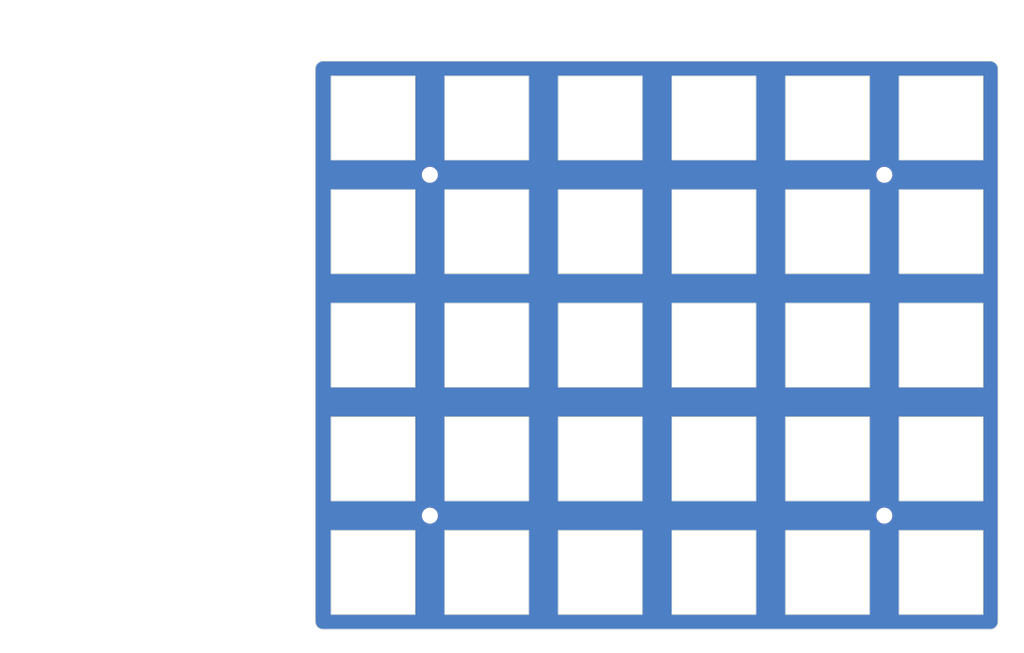
<source format=kicad_pcb>
(kicad_pcb (version 20221018) (generator pcbnew)
  (layers (0 "F.Cu" signal) (31 "B.Cu" signal) (34 "B.Paste" user) (35 "F.Paste" user) (36 "B.SilkS" user "B.Silkscreen") (37 "F.SilkS" user "F.Silkscreen") (38 "B.Mask" user) (39 "F.Mask" user) (44 "Edge.Cuts" user))
  (net 0 "")
  (footprint "MountingHole:MountingHole_2.2mm_M2" (layer "F.Cu") (at 183.375 105.2)
    (fp_text reference "H4" hide)
    (fp_text value "M2")
    (pad "" np_thru_hole circle locked (at 0 0) (size 2.2 2.2) (drill 2.2) (layers "*.Cu" "*.Mask"))
  )
  (footprint "MountingHole:MountingHole_2.2mm_M2" (layer "F.Cu") (at 107.175 48.05)
    (fp_text reference "H1" hide)
    (fp_text value "M2")
    (pad "" np_thru_hole circle locked (at 0 0) (size 2.2 2.2) (drill 2.2) (layers "*.Cu" "*.Mask"))
  )
  (footprint "MountingHole:MountingHole_2.2mm_M2" (layer "F.Cu") (at 107.175 105.2)
    (fp_text reference "H2" hide)
    (fp_text value "M2")
    (pad "" np_thru_hole circle locked (at 0 0) (size 2.2 2.2) (drill 2.2) (layers "*.Cu" "*.Mask"))
  )
  (footprint "MountingHole:MountingHole_2.2mm_M2" (layer "F.Cu") (at 183.375 48.05)
    (fp_text reference "H3" hide)
    (fp_text value "M2")
    (pad "" np_thru_hole circle locked (at 0 0) (size 2.2 2.2) (drill 2.2) (layers "*.Cu" "*.Mask"))
  )
  (gr_rect (start 147.75 107.675) (end 161.85 121.775) (stroke (width 0.12)) (fill none) (layer "Edge.Cuts"))
  (gr_rect (start 147.75 69.575) (end 161.85 83.675) (stroke (width 0.12)) (fill none) (layer "Edge.Cuts"))
  (gr_rect (start 128.7 50.525) (end 142.8 64.625) (stroke (width 0.12)) (fill none) (layer "Edge.Cuts"))
  (gr_rect (start 147.75 88.625) (end 161.85 102.725) (stroke (width 0.12)) (fill none) (layer "Edge.Cuts"))
  (gr_rect (start 166.8 69.575) (end 180.9 83.675) (stroke (width 0.12)) (fill none) (layer "Edge.Cuts"))
  (gr_rect (start 166.8 50.525) (end 180.9 64.625) (stroke (width 0.12)) (fill none) (layer "Edge.Cuts"))
  (gr_rect (start 90.6 88.625) (end 104.7 102.725) (stroke (width 0.12)) (fill none) (layer "Edge.Cuts"))
  (gr_rect (start 185.85 88.625) (end 199.95 102.725) (stroke (width 0.12)) (fill none) (layer "Edge.Cuts"))
  (gr_rect (start 128.7 107.675) (end 142.8 121.775) (stroke (width 0.12)) (fill none) (layer "Edge.Cuts"))
  (gr_rect (start 185.85 31.475) (end 199.95 45.575) (stroke (width 0.12)) (fill none) (layer "Edge.Cuts"))
  (gr_rect (start 166.8 107.675) (end 180.9 121.775) (stroke (width 0.12)) (fill none) (layer "Edge.Cuts"))
  (gr_rect (start 128.7 31.475) (end 142.8 45.575) (stroke (width 0.12)) (fill none) (layer "Edge.Cuts"))
  (gr_rect (start 128.7 88.625) (end 142.8 102.725) (stroke (width 0.12)) (fill none) (layer "Edge.Cuts"))
  (gr_rect (start 147.75 31.475) (end 161.85 45.575) (stroke (width 0.12)) (fill none) (layer "Edge.Cuts"))
  (gr_rect (start 166.8 31.475) (end 180.9 45.575) (stroke (width 0.12)) (fill none) (layer "Edge.Cuts"))
  (gr_rect (start 109.65 31.475) (end 123.75 45.575) (stroke (width 0.12)) (fill none) (layer "Edge.Cuts"))
  (gr_rect (start 90.6 69.575) (end 104.7 83.675) (stroke (width 0.12)) (fill none) (layer "Edge.Cuts"))
  (gr_line locked (start 201.155 29) (end 89.245 29) (stroke (width 0.12)) (layer "Edge.Cuts"))
  (gr_arc locked (start 89.245 124.25) (mid 88.346974 123.878026) (end 87.975 122.98) (stroke (width 0.12)) (layer "Edge.Cuts"))
  (gr_rect (start 147.75 50.525) (end 161.85 64.625) (stroke (width 0.12)) (fill none) (layer "Edge.Cuts"))
  (gr_rect (start 185.85 50.525) (end 199.95 64.625) (stroke (width 0.12)) (fill none) (layer "Edge.Cuts"))
  (gr_rect (start 128.7 69.575) (end 142.8 83.675) (stroke (width 0.12)) (fill none) (layer "Edge.Cuts"))
  (gr_rect (start 90.6 31.475) (end 104.7 45.575) (stroke (width 0.12)) (fill none) (layer "Edge.Cuts"))
  (gr_arc locked (start 87.975 30.27) (mid 88.346974 29.371974) (end 89.245 29) (stroke (width 0.12)) (layer "Edge.Cuts"))
  (gr_line locked (start 202.425 122.98) (end 202.425 30.27) (stroke (width 0.12)) (layer "Edge.Cuts"))
  (gr_rect (start 109.65 107.675) (end 123.75 121.775) (stroke (width 0.12)) (fill none) (layer "Edge.Cuts"))
  (gr_line locked (start 201.155 124.25) (end 89.245 124.25) (stroke (width 0.12)) (layer "Edge.Cuts"))
  (gr_rect (start 90.6 107.675) (end 104.7 121.775) (stroke (width 0.12)) (fill none) (layer "Edge.Cuts"))
  (gr_line locked (start 87.975 30.27) (end 87.975 122.98) (stroke (width 0.12)) (layer "Edge.Cuts"))
  (gr_arc locked (start 202.425 122.98) (mid 202.053026 123.878026) (end 201.155 124.25) (stroke (width 0.12)) (layer "Edge.Cuts"))
  (gr_rect (start 109.65 50.525) (end 123.75 64.625) (stroke (width 0.12)) (fill none) (layer "Edge.Cuts"))
  (gr_rect (start 166.8 88.625) (end 180.9 102.725) (stroke (width 0.12)) (fill none) (layer "Edge.Cuts"))
  (gr_arc locked (start 201.155 29) (mid 202.053026 29.371974) (end 202.425 30.27) (stroke (width 0.12)) (layer "Edge.Cuts"))
  (gr_rect (start 185.85 69.575) (end 199.95 83.675) (stroke (width 0.12)) (fill none) (layer "Edge.Cuts"))
  (gr_rect (start 109.65 69.575) (end 123.75 83.675) (stroke (width 0.12)) (fill none) (layer "Edge.Cuts"))
  (gr_rect (start 90.6 50.525) (end 104.7 64.625) (stroke (width 0.12)) (fill none) (layer "Edge.Cuts"))
  (gr_rect (start 109.65 88.625) (end 123.75 102.725) (stroke (width 0.12)) (fill none) (layer "Edge.Cuts"))
  (gr_rect (start 185.85 107.675) (end 199.95 121.775) (stroke (width 0.12)) (fill none) (layer "Edge.Cuts"))
  (zone (net 0) (net_name "") (layers "F&B.Cu") (connect_pads (clearance 0.5)) (min_thickness 0.25) (fill yes (thermal_gap 0.5) (thermal_bridge_width 0.5))
    (polygon (pts (xy 35.091414 18.736498) (xy 35.411414 128.006498) (xy 206.781414 128.236498) (xy 206.801414 18.856498)))
  )
)
</source>
